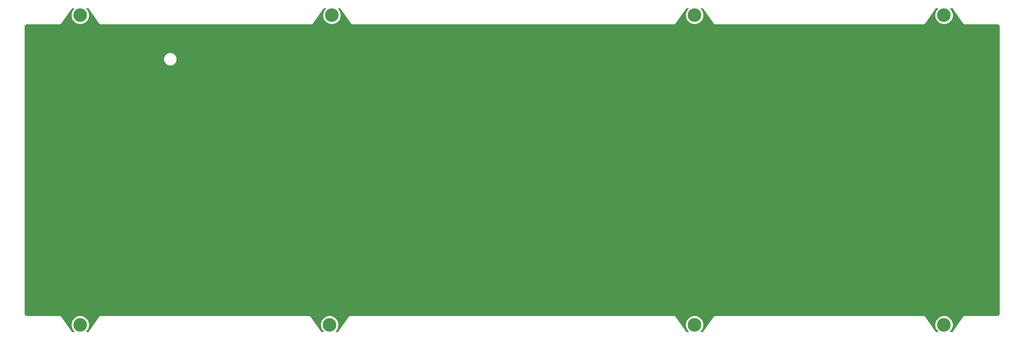
<source format=gbr>
G04 #@! TF.GenerationSoftware,KiCad,Pcbnew,(5.1.4-0)*
G04 #@! TF.CreationDate,2021-11-04T10:19:40-05:00*
G04 #@! TF.ProjectId,bottom_plate,626f7474-6f6d-45f7-906c-6174652e6b69,rev?*
G04 #@! TF.SameCoordinates,Original*
G04 #@! TF.FileFunction,Copper,L2,Bot*
G04 #@! TF.FilePolarity,Positive*
%FSLAX46Y46*%
G04 Gerber Fmt 4.6, Leading zero omitted, Abs format (unit mm)*
G04 Created by KiCad (PCBNEW (5.1.4-0)) date 2021-11-04 10:19:40*
%MOMM*%
%LPD*%
G04 APERTURE LIST*
%ADD10C,3.500000*%
%ADD11C,0.500000*%
%ADD12C,0.254000*%
G04 APERTURE END LIST*
D10*
X319709314Y-118454824D03*
X319709381Y-38682951D03*
X225649927Y-118454824D03*
X226245240Y-38683016D03*
X161356123Y-118454824D03*
X161356322Y-38683016D03*
X384003010Y-38683016D03*
X384003010Y-118454824D03*
D11*
X385194165Y-59518840D03*
D12*
G36*
X317856831Y-37162602D02*
G01*
X317595821Y-37553230D01*
X317416035Y-37987272D01*
X317324381Y-38448049D01*
X317324381Y-38917853D01*
X317416035Y-39378630D01*
X317595821Y-39812672D01*
X317856831Y-40203300D01*
X318189032Y-40535501D01*
X318579660Y-40796511D01*
X319013702Y-40976297D01*
X319474479Y-41067951D01*
X319944283Y-41067951D01*
X320405060Y-40976297D01*
X320839102Y-40796511D01*
X321229730Y-40535501D01*
X321561931Y-40203300D01*
X321822941Y-39812672D01*
X322002727Y-39378630D01*
X322094381Y-38917853D01*
X322094381Y-38448049D01*
X322002727Y-37987272D01*
X321822941Y-37553230D01*
X321561931Y-37162602D01*
X321361033Y-36961704D01*
X321751082Y-36961704D01*
X324505207Y-40817712D01*
X324515697Y-40837337D01*
X324542894Y-40870476D01*
X324548889Y-40878870D01*
X324563476Y-40895556D01*
X324598174Y-40937835D01*
X324606186Y-40944411D01*
X324613017Y-40952224D01*
X324656388Y-40985610D01*
X324698672Y-41020312D01*
X324707820Y-41025202D01*
X324716037Y-41031527D01*
X324765079Y-41055807D01*
X324813329Y-41081597D01*
X324823249Y-41084606D01*
X324832548Y-41089210D01*
X324885386Y-41103456D01*
X324937739Y-41119337D01*
X324948062Y-41120354D01*
X324958074Y-41123053D01*
X325012664Y-41126716D01*
X325034703Y-41128887D01*
X325045010Y-41128887D01*
X325087792Y-41131758D01*
X325109862Y-41128887D01*
X378602454Y-41128952D01*
X378624514Y-41131822D01*
X378667301Y-41128952D01*
X378677620Y-41128952D01*
X378699655Y-41126782D01*
X378754231Y-41123121D01*
X378764251Y-41120420D01*
X378774584Y-41119402D01*
X378826936Y-41103521D01*
X378879758Y-41089281D01*
X378889063Y-41084675D01*
X378898994Y-41081662D01*
X378947247Y-41055871D01*
X378996271Y-41031601D01*
X379004494Y-41025272D01*
X379013651Y-41020377D01*
X379055933Y-40985677D01*
X379099293Y-40952301D01*
X379106129Y-40944482D01*
X379114149Y-40937900D01*
X379148851Y-40895616D01*
X379163423Y-40878948D01*
X379169419Y-40870554D01*
X379196626Y-40837402D01*
X379207113Y-40817781D01*
X381961402Y-36961768D01*
X382351359Y-36961768D01*
X382150460Y-37162667D01*
X381889450Y-37553295D01*
X381709664Y-37987337D01*
X381618010Y-38448114D01*
X381618010Y-38917918D01*
X381709664Y-39378695D01*
X381889450Y-39812737D01*
X382150460Y-40203365D01*
X382482661Y-40535566D01*
X382873289Y-40796576D01*
X383307331Y-40976362D01*
X383768108Y-41068016D01*
X384237912Y-41068016D01*
X384698689Y-40976362D01*
X385132731Y-40796576D01*
X385523359Y-40535566D01*
X385855560Y-40203365D01*
X386116570Y-39812737D01*
X386296356Y-39378695D01*
X386388010Y-38917918D01*
X386388010Y-38448114D01*
X386296356Y-37987337D01*
X386116570Y-37553295D01*
X385855560Y-37162667D01*
X385654661Y-36961768D01*
X386044778Y-36961768D01*
X388799040Y-40817968D01*
X388809391Y-40837333D01*
X388836233Y-40870040D01*
X388842585Y-40878934D01*
X388858033Y-40896605D01*
X388891867Y-40937832D01*
X388899683Y-40944247D01*
X388906713Y-40952288D01*
X388951331Y-40986634D01*
X388992364Y-41020310D01*
X389001245Y-41025057D01*
X389009733Y-41031591D01*
X389060380Y-41056666D01*
X389107021Y-41081596D01*
X389116613Y-41084506D01*
X389126244Y-41089274D01*
X389180955Y-41104025D01*
X389231431Y-41119337D01*
X389241387Y-41120318D01*
X389251770Y-41123117D01*
X389308384Y-41126916D01*
X389328394Y-41128887D01*
X389337753Y-41128887D01*
X389381488Y-41131822D01*
X389404047Y-41128888D01*
X397662903Y-41128951D01*
X397797637Y-41142162D01*
X397896182Y-41171915D01*
X397987079Y-41220245D01*
X398066848Y-41285303D01*
X398132471Y-41364628D01*
X398181431Y-41455178D01*
X398211872Y-41553515D01*
X398225811Y-41686135D01*
X398225810Y-115445987D01*
X398212600Y-115580714D01*
X398182846Y-115679263D01*
X398134516Y-115770157D01*
X398069459Y-115849926D01*
X397990136Y-115915547D01*
X397899584Y-115964509D01*
X397801249Y-115994949D01*
X397668624Y-116008888D01*
X389403565Y-116008952D01*
X389381511Y-116006083D01*
X389338720Y-116008953D01*
X389328394Y-116008953D01*
X389306355Y-116011124D01*
X389251794Y-116014783D01*
X389241773Y-116017484D01*
X389231431Y-116018503D01*
X389179063Y-116034389D01*
X389126266Y-116048622D01*
X389116959Y-116053229D01*
X389107021Y-116056244D01*
X389058771Y-116082034D01*
X389009753Y-116106300D01*
X389001525Y-116112633D01*
X388992364Y-116117530D01*
X388950087Y-116152227D01*
X388906730Y-116185600D01*
X388899890Y-116193424D01*
X388891867Y-116200008D01*
X388857196Y-116242255D01*
X388842599Y-116258951D01*
X388836585Y-116267370D01*
X388809391Y-116300507D01*
X388798913Y-116320111D01*
X386044614Y-120176072D01*
X385654661Y-120176072D01*
X385855560Y-119975173D01*
X386116570Y-119584545D01*
X386296356Y-119150503D01*
X386388010Y-118689726D01*
X386388010Y-118219922D01*
X386296356Y-117759145D01*
X386116570Y-117325103D01*
X385855560Y-116934475D01*
X385523359Y-116602274D01*
X385132731Y-116341264D01*
X384698689Y-116161478D01*
X384237912Y-116069824D01*
X383768108Y-116069824D01*
X383307331Y-116161478D01*
X382873289Y-116341264D01*
X382482661Y-116602274D01*
X382150460Y-116934475D01*
X381889450Y-117325103D01*
X381709664Y-117759145D01*
X381618010Y-118219922D01*
X381618010Y-118689726D01*
X381709664Y-119150503D01*
X381889450Y-119584545D01*
X382150460Y-119975173D01*
X382351359Y-120176072D01*
X381961402Y-120176072D01*
X379206979Y-116319871D01*
X379196627Y-116300503D01*
X379169770Y-116267778D01*
X379163423Y-116258892D01*
X379147997Y-116241247D01*
X379114150Y-116200005D01*
X379106328Y-116193585D01*
X379099293Y-116185539D01*
X379054674Y-116151194D01*
X379013652Y-116117528D01*
X379004768Y-116112779D01*
X378996271Y-116106239D01*
X378945613Y-116081161D01*
X378898995Y-116056243D01*
X378889400Y-116053332D01*
X378879758Y-116048559D01*
X378825020Y-116033802D01*
X378774585Y-116018503D01*
X378764631Y-116017523D01*
X378754231Y-116014719D01*
X378697589Y-116010920D01*
X378677621Y-116008953D01*
X378668270Y-116008953D01*
X378624514Y-116006018D01*
X378601956Y-116008953D01*
X325109865Y-116008888D01*
X325087803Y-116006018D01*
X325045026Y-116008888D01*
X325034704Y-116008888D01*
X325012647Y-116011060D01*
X324958086Y-116014721D01*
X324948074Y-116017420D01*
X324937740Y-116018438D01*
X324885368Y-116034325D01*
X324832559Y-116048562D01*
X324823259Y-116053166D01*
X324813330Y-116056178D01*
X324765082Y-116081967D01*
X324716047Y-116106242D01*
X324707824Y-116112572D01*
X324698673Y-116117463D01*
X324656400Y-116152156D01*
X324613025Y-116185544D01*
X324606190Y-116193363D01*
X324598175Y-116199940D01*
X324563486Y-116242208D01*
X324548896Y-116258897D01*
X324542895Y-116267298D01*
X324515698Y-116300438D01*
X324505212Y-116320056D01*
X321750981Y-120176072D01*
X321360965Y-120176072D01*
X321561864Y-119975173D01*
X321822874Y-119584545D01*
X322002660Y-119150503D01*
X322094314Y-118689726D01*
X322094314Y-118219922D01*
X322002660Y-117759145D01*
X321822874Y-117325103D01*
X321561864Y-116934475D01*
X321229663Y-116602274D01*
X320839035Y-116341264D01*
X320404993Y-116161478D01*
X319944216Y-116069824D01*
X319474412Y-116069824D01*
X319013635Y-116161478D01*
X318579593Y-116341264D01*
X318188965Y-116602274D01*
X317856764Y-116934475D01*
X317595754Y-117325103D01*
X317415968Y-117759145D01*
X317324314Y-118219922D01*
X317324314Y-118689726D01*
X317415968Y-119150503D01*
X317595754Y-119584545D01*
X317856764Y-119975173D01*
X318057663Y-120176072D01*
X317667713Y-120176072D01*
X314913418Y-116320060D01*
X314902930Y-116300438D01*
X314875721Y-116267283D01*
X314869726Y-116258891D01*
X314855160Y-116242230D01*
X314820453Y-116199940D01*
X314812430Y-116193355D01*
X314805596Y-116185539D01*
X314762244Y-116152169D01*
X314719955Y-116117463D01*
X314710798Y-116112569D01*
X314702574Y-116106238D01*
X314653549Y-116081968D01*
X314605298Y-116056178D01*
X314595365Y-116053165D01*
X314586061Y-116048559D01*
X314533248Y-116034321D01*
X314480888Y-116018438D01*
X314470554Y-116017420D01*
X314460534Y-116014719D01*
X314405961Y-116011058D01*
X314383924Y-116008888D01*
X314373604Y-116008888D01*
X314330817Y-116006018D01*
X314308758Y-116008888D01*
X231050577Y-116008953D01*
X231028519Y-116006083D01*
X230985727Y-116008953D01*
X230975407Y-116008953D01*
X230953378Y-116011123D01*
X230898802Y-116014783D01*
X230888779Y-116017485D01*
X230878443Y-116018503D01*
X230826095Y-116034383D01*
X230773274Y-116048622D01*
X230763966Y-116053230D01*
X230754033Y-116056243D01*
X230705798Y-116082025D01*
X230656761Y-116106300D01*
X230648532Y-116112634D01*
X230639376Y-116117528D01*
X230597105Y-116152219D01*
X230553738Y-116185600D01*
X230546899Y-116193422D01*
X230538878Y-116200005D01*
X230504201Y-116242259D01*
X230489607Y-116258951D01*
X230483598Y-116267364D01*
X230456401Y-116300503D01*
X230445920Y-116320112D01*
X227691622Y-120176072D01*
X227301578Y-120176072D01*
X227502477Y-119975173D01*
X227763487Y-119584545D01*
X227943273Y-119150503D01*
X228034927Y-118689726D01*
X228034927Y-118219922D01*
X227943273Y-117759145D01*
X227763487Y-117325103D01*
X227502477Y-116934475D01*
X227170276Y-116602274D01*
X226779648Y-116341264D01*
X226345606Y-116161478D01*
X225884829Y-116069824D01*
X225415025Y-116069824D01*
X224954248Y-116161478D01*
X224520206Y-116341264D01*
X224129578Y-116602274D01*
X223797377Y-116934475D01*
X223536367Y-117325103D01*
X223356581Y-117759145D01*
X223264927Y-118219922D01*
X223264927Y-118689726D01*
X223356581Y-119150503D01*
X223536367Y-119584545D01*
X223797377Y-119975173D01*
X223998276Y-120176072D01*
X223608329Y-120176072D01*
X220854124Y-116320063D01*
X220843634Y-116300437D01*
X220816430Y-116267289D01*
X220810437Y-116258899D01*
X220795865Y-116242231D01*
X220761156Y-116199939D01*
X220753136Y-116193357D01*
X220746307Y-116185546D01*
X220702949Y-116152170D01*
X220660658Y-116117463D01*
X220651509Y-116112573D01*
X220643286Y-116106243D01*
X220594244Y-116081964D01*
X220546001Y-116056178D01*
X220536074Y-116053167D01*
X220526775Y-116048563D01*
X220473956Y-116034323D01*
X220421591Y-116018438D01*
X220411262Y-116017421D01*
X220401248Y-116014721D01*
X220346677Y-116011060D01*
X220324627Y-116008888D01*
X220314308Y-116008888D01*
X220271531Y-116006018D01*
X220249468Y-116008888D01*
X166757387Y-116009017D01*
X166734844Y-116006083D01*
X166691078Y-116009017D01*
X166681710Y-116009017D01*
X166661744Y-116010983D01*
X166605126Y-116014779D01*
X166594715Y-116017585D01*
X166584746Y-116018567D01*
X166534310Y-116033867D01*
X166479598Y-116048614D01*
X166469946Y-116053392D01*
X166460336Y-116056307D01*
X166413718Y-116081224D01*
X166363083Y-116106289D01*
X166354577Y-116112836D01*
X166345679Y-116117592D01*
X166304663Y-116151254D01*
X166260058Y-116185585D01*
X166253013Y-116193642D01*
X166245181Y-116200070D01*
X166211366Y-116241274D01*
X166195924Y-116258935D01*
X166189555Y-116267851D01*
X166162705Y-116300568D01*
X166152365Y-116319912D01*
X163397744Y-120176072D01*
X163007774Y-120176072D01*
X163208673Y-119975173D01*
X163469683Y-119584545D01*
X163649469Y-119150503D01*
X163741123Y-118689726D01*
X163741123Y-118219922D01*
X163649469Y-117759145D01*
X163469683Y-117325103D01*
X163208673Y-116934475D01*
X162876472Y-116602274D01*
X162485844Y-116341264D01*
X162051802Y-116161478D01*
X161591025Y-116069824D01*
X161121221Y-116069824D01*
X160660444Y-116161478D01*
X160226402Y-116341264D01*
X159835774Y-116602274D01*
X159503573Y-116934475D01*
X159242563Y-117325103D01*
X159062777Y-117759145D01*
X158971123Y-118219922D01*
X158971123Y-118689726D01*
X159062777Y-119150503D01*
X159242563Y-119584545D01*
X159503573Y-119975173D01*
X159704472Y-120176072D01*
X159314532Y-120176072D01*
X156560433Y-116320072D01*
X156549939Y-116300438D01*
X156522733Y-116267288D01*
X156516748Y-116258908D01*
X156502181Y-116242246D01*
X156467462Y-116199940D01*
X156459447Y-116193362D01*
X156452620Y-116185553D01*
X156409272Y-116152185D01*
X156366964Y-116117463D01*
X156357811Y-116112571D01*
X156349600Y-116106250D01*
X156300595Y-116081988D01*
X156252307Y-116056178D01*
X156242379Y-116053166D01*
X156233089Y-116048567D01*
X156180289Y-116034331D01*
X156127897Y-116018438D01*
X156117569Y-116017421D01*
X156107563Y-116014723D01*
X156053000Y-116011061D01*
X156030933Y-116008888D01*
X156020614Y-116008888D01*
X155977847Y-116006018D01*
X155955782Y-116008888D01*
X147696423Y-116008888D01*
X147561696Y-115995678D01*
X147463147Y-115965924D01*
X147372253Y-115917594D01*
X147292484Y-115852537D01*
X147226863Y-115773214D01*
X147177901Y-115682662D01*
X147147461Y-115584327D01*
X147133522Y-115451707D01*
X147133522Y-49823061D01*
X182838490Y-49823061D01*
X182838490Y-50164827D01*
X182905165Y-50500025D01*
X183035953Y-50815775D01*
X183225827Y-51099942D01*
X183467492Y-51341607D01*
X183751659Y-51531481D01*
X184067409Y-51662269D01*
X184402607Y-51728944D01*
X184744373Y-51728944D01*
X185079571Y-51662269D01*
X185395321Y-51531481D01*
X185679488Y-51341607D01*
X185921153Y-51099942D01*
X186111027Y-50815775D01*
X186241815Y-50500025D01*
X186308490Y-50164827D01*
X186308490Y-49823061D01*
X186241815Y-49487863D01*
X186111027Y-49172113D01*
X185921153Y-48887946D01*
X185679488Y-48646281D01*
X185395321Y-48456407D01*
X185079571Y-48325619D01*
X184744373Y-48258944D01*
X184402607Y-48258944D01*
X184067409Y-48325619D01*
X183751659Y-48456407D01*
X183467492Y-48646281D01*
X183225827Y-48887946D01*
X183035953Y-49172113D01*
X182905165Y-49487863D01*
X182838490Y-49823061D01*
X147133522Y-49823061D01*
X147133522Y-41691853D01*
X147146732Y-41557125D01*
X147176485Y-41458580D01*
X147224815Y-41367683D01*
X147289873Y-41287914D01*
X147369198Y-41222291D01*
X147459748Y-41173331D01*
X147558085Y-41142890D01*
X147690695Y-41128952D01*
X155955767Y-41128952D01*
X155977825Y-41131822D01*
X156020612Y-41128952D01*
X156030933Y-41128952D01*
X156052972Y-41126781D01*
X156107542Y-41123121D01*
X156117561Y-41120420D01*
X156127897Y-41119402D01*
X156180265Y-41103516D01*
X156233069Y-41089281D01*
X156242371Y-41084676D01*
X156252307Y-41081662D01*
X156300570Y-41055865D01*
X156349582Y-41031602D01*
X156357804Y-41025273D01*
X156366964Y-41020377D01*
X156409268Y-40985659D01*
X156452604Y-40952301D01*
X156459435Y-40944487D01*
X156467462Y-40937900D01*
X156502184Y-40895591D01*
X156516734Y-40878949D01*
X156522722Y-40870566D01*
X156549939Y-40837402D01*
X156560430Y-40817775D01*
X159314721Y-36961768D01*
X159704671Y-36961768D01*
X159503772Y-37162667D01*
X159242762Y-37553295D01*
X159062976Y-37987337D01*
X158971322Y-38448114D01*
X158971322Y-38917918D01*
X159062976Y-39378695D01*
X159242762Y-39812737D01*
X159503772Y-40203365D01*
X159835973Y-40535566D01*
X160226601Y-40796576D01*
X160660643Y-40976362D01*
X161121420Y-41068016D01*
X161591224Y-41068016D01*
X162052001Y-40976362D01*
X162486043Y-40796576D01*
X162876671Y-40535566D01*
X163208872Y-40203365D01*
X163469882Y-39812737D01*
X163649668Y-39378695D01*
X163741322Y-38917918D01*
X163741322Y-38448114D01*
X163649668Y-37987337D01*
X163469882Y-37553295D01*
X163208872Y-37162667D01*
X163007973Y-36961768D01*
X163397926Y-36961768D01*
X166152221Y-40817725D01*
X166162705Y-40837338D01*
X166189907Y-40870484D01*
X166195911Y-40878889D01*
X166210491Y-40895566D01*
X166245182Y-40937836D01*
X166253206Y-40944421D01*
X166260042Y-40952240D01*
X166303390Y-40985606D01*
X166345680Y-41020313D01*
X166354841Y-41025209D01*
X166363065Y-41031540D01*
X166412076Y-41055802D01*
X166460337Y-41081598D01*
X166470275Y-41084613D01*
X166479578Y-41089218D01*
X166532369Y-41103449D01*
X166584747Y-41119338D01*
X166595088Y-41120357D01*
X166605106Y-41123057D01*
X166659650Y-41126715D01*
X166681711Y-41128888D01*
X166692046Y-41128888D01*
X166734823Y-41131757D01*
X166756874Y-41128888D01*
X220844289Y-41128888D01*
X220866843Y-41131822D01*
X220910574Y-41128888D01*
X220919941Y-41128888D01*
X220939958Y-41126917D01*
X220996559Y-41123119D01*
X221006945Y-41120319D01*
X221016905Y-41119338D01*
X221067394Y-41104022D01*
X221122087Y-41089277D01*
X221131717Y-41084510D01*
X221141315Y-41081598D01*
X221187961Y-41056665D01*
X221238598Y-41031597D01*
X221247088Y-41025061D01*
X221255972Y-41020313D01*
X221297028Y-40986619D01*
X221341619Y-40952294D01*
X221348644Y-40944259D01*
X221356470Y-40937836D01*
X221390332Y-40896575D01*
X221405749Y-40878941D01*
X221412091Y-40870062D01*
X221438947Y-40837338D01*
X221449302Y-40817964D01*
X224203642Y-36961768D01*
X224593589Y-36961768D01*
X224392690Y-37162667D01*
X224131680Y-37553295D01*
X223951894Y-37987337D01*
X223860240Y-38448114D01*
X223860240Y-38917918D01*
X223951894Y-39378695D01*
X224131680Y-39812737D01*
X224392690Y-40203365D01*
X224724891Y-40535566D01*
X225115519Y-40796576D01*
X225549561Y-40976362D01*
X226010338Y-41068016D01*
X226480142Y-41068016D01*
X226940919Y-40976362D01*
X227374961Y-40796576D01*
X227765589Y-40535566D01*
X228097790Y-40203365D01*
X228358800Y-39812737D01*
X228538586Y-39378695D01*
X228630240Y-38917918D01*
X228630240Y-38448114D01*
X228538586Y-37987337D01*
X228358800Y-37553295D01*
X228097790Y-37162667D01*
X227896891Y-36961768D01*
X228286850Y-36961768D01*
X231041365Y-40817977D01*
X231051713Y-40837338D01*
X231078568Y-40870061D01*
X231084922Y-40878956D01*
X231100350Y-40896602D01*
X231134190Y-40937836D01*
X231142017Y-40944260D01*
X231149053Y-40952307D01*
X231193659Y-40986641D01*
X231234688Y-41020313D01*
X231243577Y-41025064D01*
X231252076Y-41031606D01*
X231302713Y-41056673D01*
X231349345Y-41081598D01*
X231358949Y-41084511D01*
X231368590Y-41089284D01*
X231423286Y-41104028D01*
X231473755Y-41119338D01*
X231483722Y-41120320D01*
X231494118Y-41123122D01*
X231550704Y-41126917D01*
X231570719Y-41128888D01*
X231580099Y-41128888D01*
X231623835Y-41131821D01*
X231646376Y-41128888D01*
X314308759Y-41128888D01*
X314330818Y-41131758D01*
X314373605Y-41128888D01*
X314383925Y-41128888D01*
X314405962Y-41126718D01*
X314460535Y-41123057D01*
X314470555Y-41120356D01*
X314480889Y-41119338D01*
X314533249Y-41103455D01*
X314586062Y-41089217D01*
X314595365Y-41084611D01*
X314605299Y-41081598D01*
X314653564Y-41055800D01*
X314702575Y-41031537D01*
X314710796Y-41025209D01*
X314719956Y-41020313D01*
X314762254Y-40985600D01*
X314805597Y-40952237D01*
X314812430Y-40944421D01*
X314820454Y-40937836D01*
X314855171Y-40895533D01*
X314869727Y-40878884D01*
X314875716Y-40870500D01*
X314902931Y-40837338D01*
X314913421Y-40817712D01*
X317667706Y-36961704D01*
X318057729Y-36961704D01*
X317856831Y-37162602D01*
X317856831Y-37162602D01*
G37*
X317856831Y-37162602D02*
X317595821Y-37553230D01*
X317416035Y-37987272D01*
X317324381Y-38448049D01*
X317324381Y-38917853D01*
X317416035Y-39378630D01*
X317595821Y-39812672D01*
X317856831Y-40203300D01*
X318189032Y-40535501D01*
X318579660Y-40796511D01*
X319013702Y-40976297D01*
X319474479Y-41067951D01*
X319944283Y-41067951D01*
X320405060Y-40976297D01*
X320839102Y-40796511D01*
X321229730Y-40535501D01*
X321561931Y-40203300D01*
X321822941Y-39812672D01*
X322002727Y-39378630D01*
X322094381Y-38917853D01*
X322094381Y-38448049D01*
X322002727Y-37987272D01*
X321822941Y-37553230D01*
X321561931Y-37162602D01*
X321361033Y-36961704D01*
X321751082Y-36961704D01*
X324505207Y-40817712D01*
X324515697Y-40837337D01*
X324542894Y-40870476D01*
X324548889Y-40878870D01*
X324563476Y-40895556D01*
X324598174Y-40937835D01*
X324606186Y-40944411D01*
X324613017Y-40952224D01*
X324656388Y-40985610D01*
X324698672Y-41020312D01*
X324707820Y-41025202D01*
X324716037Y-41031527D01*
X324765079Y-41055807D01*
X324813329Y-41081597D01*
X324823249Y-41084606D01*
X324832548Y-41089210D01*
X324885386Y-41103456D01*
X324937739Y-41119337D01*
X324948062Y-41120354D01*
X324958074Y-41123053D01*
X325012664Y-41126716D01*
X325034703Y-41128887D01*
X325045010Y-41128887D01*
X325087792Y-41131758D01*
X325109862Y-41128887D01*
X378602454Y-41128952D01*
X378624514Y-41131822D01*
X378667301Y-41128952D01*
X378677620Y-41128952D01*
X378699655Y-41126782D01*
X378754231Y-41123121D01*
X378764251Y-41120420D01*
X378774584Y-41119402D01*
X378826936Y-41103521D01*
X378879758Y-41089281D01*
X378889063Y-41084675D01*
X378898994Y-41081662D01*
X378947247Y-41055871D01*
X378996271Y-41031601D01*
X379004494Y-41025272D01*
X379013651Y-41020377D01*
X379055933Y-40985677D01*
X379099293Y-40952301D01*
X379106129Y-40944482D01*
X379114149Y-40937900D01*
X379148851Y-40895616D01*
X379163423Y-40878948D01*
X379169419Y-40870554D01*
X379196626Y-40837402D01*
X379207113Y-40817781D01*
X381961402Y-36961768D01*
X382351359Y-36961768D01*
X382150460Y-37162667D01*
X381889450Y-37553295D01*
X381709664Y-37987337D01*
X381618010Y-38448114D01*
X381618010Y-38917918D01*
X381709664Y-39378695D01*
X381889450Y-39812737D01*
X382150460Y-40203365D01*
X382482661Y-40535566D01*
X382873289Y-40796576D01*
X383307331Y-40976362D01*
X383768108Y-41068016D01*
X384237912Y-41068016D01*
X384698689Y-40976362D01*
X385132731Y-40796576D01*
X385523359Y-40535566D01*
X385855560Y-40203365D01*
X386116570Y-39812737D01*
X386296356Y-39378695D01*
X386388010Y-38917918D01*
X386388010Y-38448114D01*
X386296356Y-37987337D01*
X386116570Y-37553295D01*
X385855560Y-37162667D01*
X385654661Y-36961768D01*
X386044778Y-36961768D01*
X388799040Y-40817968D01*
X388809391Y-40837333D01*
X388836233Y-40870040D01*
X388842585Y-40878934D01*
X388858033Y-40896605D01*
X388891867Y-40937832D01*
X388899683Y-40944247D01*
X388906713Y-40952288D01*
X388951331Y-40986634D01*
X388992364Y-41020310D01*
X389001245Y-41025057D01*
X389009733Y-41031591D01*
X389060380Y-41056666D01*
X389107021Y-41081596D01*
X389116613Y-41084506D01*
X389126244Y-41089274D01*
X389180955Y-41104025D01*
X389231431Y-41119337D01*
X389241387Y-41120318D01*
X389251770Y-41123117D01*
X389308384Y-41126916D01*
X389328394Y-41128887D01*
X389337753Y-41128887D01*
X389381488Y-41131822D01*
X389404047Y-41128888D01*
X397662903Y-41128951D01*
X397797637Y-41142162D01*
X397896182Y-41171915D01*
X397987079Y-41220245D01*
X398066848Y-41285303D01*
X398132471Y-41364628D01*
X398181431Y-41455178D01*
X398211872Y-41553515D01*
X398225811Y-41686135D01*
X398225810Y-115445987D01*
X398212600Y-115580714D01*
X398182846Y-115679263D01*
X398134516Y-115770157D01*
X398069459Y-115849926D01*
X397990136Y-115915547D01*
X397899584Y-115964509D01*
X397801249Y-115994949D01*
X397668624Y-116008888D01*
X389403565Y-116008952D01*
X389381511Y-116006083D01*
X389338720Y-116008953D01*
X389328394Y-116008953D01*
X389306355Y-116011124D01*
X389251794Y-116014783D01*
X389241773Y-116017484D01*
X389231431Y-116018503D01*
X389179063Y-116034389D01*
X389126266Y-116048622D01*
X389116959Y-116053229D01*
X389107021Y-116056244D01*
X389058771Y-116082034D01*
X389009753Y-116106300D01*
X389001525Y-116112633D01*
X388992364Y-116117530D01*
X388950087Y-116152227D01*
X388906730Y-116185600D01*
X388899890Y-116193424D01*
X388891867Y-116200008D01*
X388857196Y-116242255D01*
X388842599Y-116258951D01*
X388836585Y-116267370D01*
X388809391Y-116300507D01*
X388798913Y-116320111D01*
X386044614Y-120176072D01*
X385654661Y-120176072D01*
X385855560Y-119975173D01*
X386116570Y-119584545D01*
X386296356Y-119150503D01*
X386388010Y-118689726D01*
X386388010Y-118219922D01*
X386296356Y-117759145D01*
X386116570Y-117325103D01*
X385855560Y-116934475D01*
X385523359Y-116602274D01*
X385132731Y-116341264D01*
X384698689Y-116161478D01*
X384237912Y-116069824D01*
X383768108Y-116069824D01*
X383307331Y-116161478D01*
X382873289Y-116341264D01*
X382482661Y-116602274D01*
X382150460Y-116934475D01*
X381889450Y-117325103D01*
X381709664Y-117759145D01*
X381618010Y-118219922D01*
X381618010Y-118689726D01*
X381709664Y-119150503D01*
X381889450Y-119584545D01*
X382150460Y-119975173D01*
X382351359Y-120176072D01*
X381961402Y-120176072D01*
X379206979Y-116319871D01*
X379196627Y-116300503D01*
X379169770Y-116267778D01*
X379163423Y-116258892D01*
X379147997Y-116241247D01*
X379114150Y-116200005D01*
X379106328Y-116193585D01*
X379099293Y-116185539D01*
X379054674Y-116151194D01*
X379013652Y-116117528D01*
X379004768Y-116112779D01*
X378996271Y-116106239D01*
X378945613Y-116081161D01*
X378898995Y-116056243D01*
X378889400Y-116053332D01*
X378879758Y-116048559D01*
X378825020Y-116033802D01*
X378774585Y-116018503D01*
X378764631Y-116017523D01*
X378754231Y-116014719D01*
X378697589Y-116010920D01*
X378677621Y-116008953D01*
X378668270Y-116008953D01*
X378624514Y-116006018D01*
X378601956Y-116008953D01*
X325109865Y-116008888D01*
X325087803Y-116006018D01*
X325045026Y-116008888D01*
X325034704Y-116008888D01*
X325012647Y-116011060D01*
X324958086Y-116014721D01*
X324948074Y-116017420D01*
X324937740Y-116018438D01*
X324885368Y-116034325D01*
X324832559Y-116048562D01*
X324823259Y-116053166D01*
X324813330Y-116056178D01*
X324765082Y-116081967D01*
X324716047Y-116106242D01*
X324707824Y-116112572D01*
X324698673Y-116117463D01*
X324656400Y-116152156D01*
X324613025Y-116185544D01*
X324606190Y-116193363D01*
X324598175Y-116199940D01*
X324563486Y-116242208D01*
X324548896Y-116258897D01*
X324542895Y-116267298D01*
X324515698Y-116300438D01*
X324505212Y-116320056D01*
X321750981Y-120176072D01*
X321360965Y-120176072D01*
X321561864Y-119975173D01*
X321822874Y-119584545D01*
X322002660Y-119150503D01*
X322094314Y-118689726D01*
X322094314Y-118219922D01*
X322002660Y-117759145D01*
X321822874Y-117325103D01*
X321561864Y-116934475D01*
X321229663Y-116602274D01*
X320839035Y-116341264D01*
X320404993Y-116161478D01*
X319944216Y-116069824D01*
X319474412Y-116069824D01*
X319013635Y-116161478D01*
X318579593Y-116341264D01*
X318188965Y-116602274D01*
X317856764Y-116934475D01*
X317595754Y-117325103D01*
X317415968Y-117759145D01*
X317324314Y-118219922D01*
X317324314Y-118689726D01*
X317415968Y-119150503D01*
X317595754Y-119584545D01*
X317856764Y-119975173D01*
X318057663Y-120176072D01*
X317667713Y-120176072D01*
X314913418Y-116320060D01*
X314902930Y-116300438D01*
X314875721Y-116267283D01*
X314869726Y-116258891D01*
X314855160Y-116242230D01*
X314820453Y-116199940D01*
X314812430Y-116193355D01*
X314805596Y-116185539D01*
X314762244Y-116152169D01*
X314719955Y-116117463D01*
X314710798Y-116112569D01*
X314702574Y-116106238D01*
X314653549Y-116081968D01*
X314605298Y-116056178D01*
X314595365Y-116053165D01*
X314586061Y-116048559D01*
X314533248Y-116034321D01*
X314480888Y-116018438D01*
X314470554Y-116017420D01*
X314460534Y-116014719D01*
X314405961Y-116011058D01*
X314383924Y-116008888D01*
X314373604Y-116008888D01*
X314330817Y-116006018D01*
X314308758Y-116008888D01*
X231050577Y-116008953D01*
X231028519Y-116006083D01*
X230985727Y-116008953D01*
X230975407Y-116008953D01*
X230953378Y-116011123D01*
X230898802Y-116014783D01*
X230888779Y-116017485D01*
X230878443Y-116018503D01*
X230826095Y-116034383D01*
X230773274Y-116048622D01*
X230763966Y-116053230D01*
X230754033Y-116056243D01*
X230705798Y-116082025D01*
X230656761Y-116106300D01*
X230648532Y-116112634D01*
X230639376Y-116117528D01*
X230597105Y-116152219D01*
X230553738Y-116185600D01*
X230546899Y-116193422D01*
X230538878Y-116200005D01*
X230504201Y-116242259D01*
X230489607Y-116258951D01*
X230483598Y-116267364D01*
X230456401Y-116300503D01*
X230445920Y-116320112D01*
X227691622Y-120176072D01*
X227301578Y-120176072D01*
X227502477Y-119975173D01*
X227763487Y-119584545D01*
X227943273Y-119150503D01*
X228034927Y-118689726D01*
X228034927Y-118219922D01*
X227943273Y-117759145D01*
X227763487Y-117325103D01*
X227502477Y-116934475D01*
X227170276Y-116602274D01*
X226779648Y-116341264D01*
X226345606Y-116161478D01*
X225884829Y-116069824D01*
X225415025Y-116069824D01*
X224954248Y-116161478D01*
X224520206Y-116341264D01*
X224129578Y-116602274D01*
X223797377Y-116934475D01*
X223536367Y-117325103D01*
X223356581Y-117759145D01*
X223264927Y-118219922D01*
X223264927Y-118689726D01*
X223356581Y-119150503D01*
X223536367Y-119584545D01*
X223797377Y-119975173D01*
X223998276Y-120176072D01*
X223608329Y-120176072D01*
X220854124Y-116320063D01*
X220843634Y-116300437D01*
X220816430Y-116267289D01*
X220810437Y-116258899D01*
X220795865Y-116242231D01*
X220761156Y-116199939D01*
X220753136Y-116193357D01*
X220746307Y-116185546D01*
X220702949Y-116152170D01*
X220660658Y-116117463D01*
X220651509Y-116112573D01*
X220643286Y-116106243D01*
X220594244Y-116081964D01*
X220546001Y-116056178D01*
X220536074Y-116053167D01*
X220526775Y-116048563D01*
X220473956Y-116034323D01*
X220421591Y-116018438D01*
X220411262Y-116017421D01*
X220401248Y-116014721D01*
X220346677Y-116011060D01*
X220324627Y-116008888D01*
X220314308Y-116008888D01*
X220271531Y-116006018D01*
X220249468Y-116008888D01*
X166757387Y-116009017D01*
X166734844Y-116006083D01*
X166691078Y-116009017D01*
X166681710Y-116009017D01*
X166661744Y-116010983D01*
X166605126Y-116014779D01*
X166594715Y-116017585D01*
X166584746Y-116018567D01*
X166534310Y-116033867D01*
X166479598Y-116048614D01*
X166469946Y-116053392D01*
X166460336Y-116056307D01*
X166413718Y-116081224D01*
X166363083Y-116106289D01*
X166354577Y-116112836D01*
X166345679Y-116117592D01*
X166304663Y-116151254D01*
X166260058Y-116185585D01*
X166253013Y-116193642D01*
X166245181Y-116200070D01*
X166211366Y-116241274D01*
X166195924Y-116258935D01*
X166189555Y-116267851D01*
X166162705Y-116300568D01*
X166152365Y-116319912D01*
X163397744Y-120176072D01*
X163007774Y-120176072D01*
X163208673Y-119975173D01*
X163469683Y-119584545D01*
X163649469Y-119150503D01*
X163741123Y-118689726D01*
X163741123Y-118219922D01*
X163649469Y-117759145D01*
X163469683Y-117325103D01*
X163208673Y-116934475D01*
X162876472Y-116602274D01*
X162485844Y-116341264D01*
X162051802Y-116161478D01*
X161591025Y-116069824D01*
X161121221Y-116069824D01*
X160660444Y-116161478D01*
X160226402Y-116341264D01*
X159835774Y-116602274D01*
X159503573Y-116934475D01*
X159242563Y-117325103D01*
X159062777Y-117759145D01*
X158971123Y-118219922D01*
X158971123Y-118689726D01*
X159062777Y-119150503D01*
X159242563Y-119584545D01*
X159503573Y-119975173D01*
X159704472Y-120176072D01*
X159314532Y-120176072D01*
X156560433Y-116320072D01*
X156549939Y-116300438D01*
X156522733Y-116267288D01*
X156516748Y-116258908D01*
X156502181Y-116242246D01*
X156467462Y-116199940D01*
X156459447Y-116193362D01*
X156452620Y-116185553D01*
X156409272Y-116152185D01*
X156366964Y-116117463D01*
X156357811Y-116112571D01*
X156349600Y-116106250D01*
X156300595Y-116081988D01*
X156252307Y-116056178D01*
X156242379Y-116053166D01*
X156233089Y-116048567D01*
X156180289Y-116034331D01*
X156127897Y-116018438D01*
X156117569Y-116017421D01*
X156107563Y-116014723D01*
X156053000Y-116011061D01*
X156030933Y-116008888D01*
X156020614Y-116008888D01*
X155977847Y-116006018D01*
X155955782Y-116008888D01*
X147696423Y-116008888D01*
X147561696Y-115995678D01*
X147463147Y-115965924D01*
X147372253Y-115917594D01*
X147292484Y-115852537D01*
X147226863Y-115773214D01*
X147177901Y-115682662D01*
X147147461Y-115584327D01*
X147133522Y-115451707D01*
X147133522Y-49823061D01*
X182838490Y-49823061D01*
X182838490Y-50164827D01*
X182905165Y-50500025D01*
X183035953Y-50815775D01*
X183225827Y-51099942D01*
X183467492Y-51341607D01*
X183751659Y-51531481D01*
X184067409Y-51662269D01*
X184402607Y-51728944D01*
X184744373Y-51728944D01*
X185079571Y-51662269D01*
X185395321Y-51531481D01*
X185679488Y-51341607D01*
X185921153Y-51099942D01*
X186111027Y-50815775D01*
X186241815Y-50500025D01*
X186308490Y-50164827D01*
X186308490Y-49823061D01*
X186241815Y-49487863D01*
X186111027Y-49172113D01*
X185921153Y-48887946D01*
X185679488Y-48646281D01*
X185395321Y-48456407D01*
X185079571Y-48325619D01*
X184744373Y-48258944D01*
X184402607Y-48258944D01*
X184067409Y-48325619D01*
X183751659Y-48456407D01*
X183467492Y-48646281D01*
X183225827Y-48887946D01*
X183035953Y-49172113D01*
X182905165Y-49487863D01*
X182838490Y-49823061D01*
X147133522Y-49823061D01*
X147133522Y-41691853D01*
X147146732Y-41557125D01*
X147176485Y-41458580D01*
X147224815Y-41367683D01*
X147289873Y-41287914D01*
X147369198Y-41222291D01*
X147459748Y-41173331D01*
X147558085Y-41142890D01*
X147690695Y-41128952D01*
X155955767Y-41128952D01*
X155977825Y-41131822D01*
X156020612Y-41128952D01*
X156030933Y-41128952D01*
X156052972Y-41126781D01*
X156107542Y-41123121D01*
X156117561Y-41120420D01*
X156127897Y-41119402D01*
X156180265Y-41103516D01*
X156233069Y-41089281D01*
X156242371Y-41084676D01*
X156252307Y-41081662D01*
X156300570Y-41055865D01*
X156349582Y-41031602D01*
X156357804Y-41025273D01*
X156366964Y-41020377D01*
X156409268Y-40985659D01*
X156452604Y-40952301D01*
X156459435Y-40944487D01*
X156467462Y-40937900D01*
X156502184Y-40895591D01*
X156516734Y-40878949D01*
X156522722Y-40870566D01*
X156549939Y-40837402D01*
X156560430Y-40817775D01*
X159314721Y-36961768D01*
X159704671Y-36961768D01*
X159503772Y-37162667D01*
X159242762Y-37553295D01*
X159062976Y-37987337D01*
X158971322Y-38448114D01*
X158971322Y-38917918D01*
X159062976Y-39378695D01*
X159242762Y-39812737D01*
X159503772Y-40203365D01*
X159835973Y-40535566D01*
X160226601Y-40796576D01*
X160660643Y-40976362D01*
X161121420Y-41068016D01*
X161591224Y-41068016D01*
X162052001Y-40976362D01*
X162486043Y-40796576D01*
X162876671Y-40535566D01*
X163208872Y-40203365D01*
X163469882Y-39812737D01*
X163649668Y-39378695D01*
X163741322Y-38917918D01*
X163741322Y-38448114D01*
X163649668Y-37987337D01*
X163469882Y-37553295D01*
X163208872Y-37162667D01*
X163007973Y-36961768D01*
X163397926Y-36961768D01*
X166152221Y-40817725D01*
X166162705Y-40837338D01*
X166189907Y-40870484D01*
X166195911Y-40878889D01*
X166210491Y-40895566D01*
X166245182Y-40937836D01*
X166253206Y-40944421D01*
X166260042Y-40952240D01*
X166303390Y-40985606D01*
X166345680Y-41020313D01*
X166354841Y-41025209D01*
X166363065Y-41031540D01*
X166412076Y-41055802D01*
X166460337Y-41081598D01*
X166470275Y-41084613D01*
X166479578Y-41089218D01*
X166532369Y-41103449D01*
X166584747Y-41119338D01*
X166595088Y-41120357D01*
X166605106Y-41123057D01*
X166659650Y-41126715D01*
X166681711Y-41128888D01*
X166692046Y-41128888D01*
X166734823Y-41131757D01*
X166756874Y-41128888D01*
X220844289Y-41128888D01*
X220866843Y-41131822D01*
X220910574Y-41128888D01*
X220919941Y-41128888D01*
X220939958Y-41126917D01*
X220996559Y-41123119D01*
X221006945Y-41120319D01*
X221016905Y-41119338D01*
X221067394Y-41104022D01*
X221122087Y-41089277D01*
X221131717Y-41084510D01*
X221141315Y-41081598D01*
X221187961Y-41056665D01*
X221238598Y-41031597D01*
X221247088Y-41025061D01*
X221255972Y-41020313D01*
X221297028Y-40986619D01*
X221341619Y-40952294D01*
X221348644Y-40944259D01*
X221356470Y-40937836D01*
X221390332Y-40896575D01*
X221405749Y-40878941D01*
X221412091Y-40870062D01*
X221438947Y-40837338D01*
X221449302Y-40817964D01*
X224203642Y-36961768D01*
X224593589Y-36961768D01*
X224392690Y-37162667D01*
X224131680Y-37553295D01*
X223951894Y-37987337D01*
X223860240Y-38448114D01*
X223860240Y-38917918D01*
X223951894Y-39378695D01*
X224131680Y-39812737D01*
X224392690Y-40203365D01*
X224724891Y-40535566D01*
X225115519Y-40796576D01*
X225549561Y-40976362D01*
X226010338Y-41068016D01*
X226480142Y-41068016D01*
X226940919Y-40976362D01*
X227374961Y-40796576D01*
X227765589Y-40535566D01*
X228097790Y-40203365D01*
X228358800Y-39812737D01*
X228538586Y-39378695D01*
X228630240Y-38917918D01*
X228630240Y-38448114D01*
X228538586Y-37987337D01*
X228358800Y-37553295D01*
X228097790Y-37162667D01*
X227896891Y-36961768D01*
X228286850Y-36961768D01*
X231041365Y-40817977D01*
X231051713Y-40837338D01*
X231078568Y-40870061D01*
X231084922Y-40878956D01*
X231100350Y-40896602D01*
X231134190Y-40937836D01*
X231142017Y-40944260D01*
X231149053Y-40952307D01*
X231193659Y-40986641D01*
X231234688Y-41020313D01*
X231243577Y-41025064D01*
X231252076Y-41031606D01*
X231302713Y-41056673D01*
X231349345Y-41081598D01*
X231358949Y-41084511D01*
X231368590Y-41089284D01*
X231423286Y-41104028D01*
X231473755Y-41119338D01*
X231483722Y-41120320D01*
X231494118Y-41123122D01*
X231550704Y-41126917D01*
X231570719Y-41128888D01*
X231580099Y-41128888D01*
X231623835Y-41131821D01*
X231646376Y-41128888D01*
X314308759Y-41128888D01*
X314330818Y-41131758D01*
X314373605Y-41128888D01*
X314383925Y-41128888D01*
X314405962Y-41126718D01*
X314460535Y-41123057D01*
X314470555Y-41120356D01*
X314480889Y-41119338D01*
X314533249Y-41103455D01*
X314586062Y-41089217D01*
X314595365Y-41084611D01*
X314605299Y-41081598D01*
X314653564Y-41055800D01*
X314702575Y-41031537D01*
X314710796Y-41025209D01*
X314719956Y-41020313D01*
X314762254Y-40985600D01*
X314805597Y-40952237D01*
X314812430Y-40944421D01*
X314820454Y-40937836D01*
X314855171Y-40895533D01*
X314869727Y-40878884D01*
X314875716Y-40870500D01*
X314902931Y-40837338D01*
X314913421Y-40817712D01*
X317667706Y-36961704D01*
X318057729Y-36961704D01*
X317856831Y-37162602D01*
M02*

</source>
